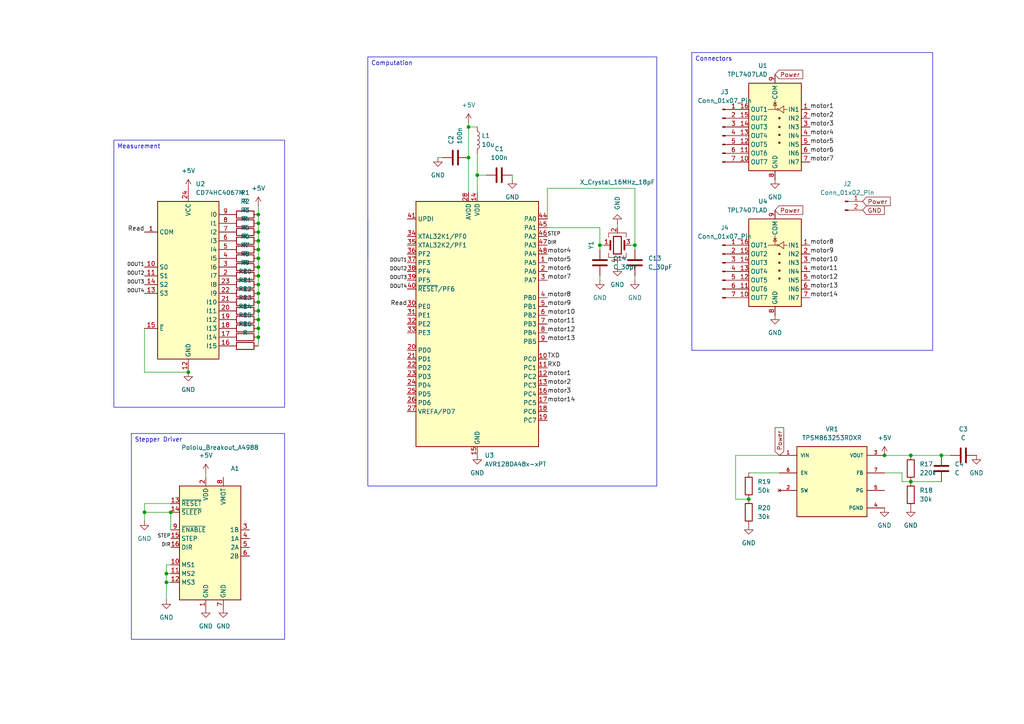
<source format=kicad_sch>
(kicad_sch (version 20250114) (generator "eeschema") (generator_version "9.0")
  (paper "A4")
  (lib_symbols
    (symbol "74xx:CD74HC4067M"
      (property "Reference" "U" (at -8.89 22.86 0))
      (property "Value" "CD74HC4067M" (at 1.27 22.86 0))
      (symbol "CD74HC4067M_0_1"
        (rectangle (start -8.89 21.59) (end 8.89 -24.13) (stroke (width 0.254)) (fill (type background)))
      )
      (symbol "CD74HC4067M_1_1"
        (pin passive line (at -12.7 12.7 0) (length 3.81) (name "COM") (number "1"))
        (pin input line (at -12.7 2.54 0) (length 3.81) (name "S0") (number "10"))
        (pin input line (at -12.7 0 0) (length 3.81) (name "S1") (number "11"))
        (pin input line (at -12.7 -2.54 0) (length 3.81) (name "S2") (number "14"))
        (pin input line (at -12.7 -5.08 0) (length 3.81) (name "S3") (number "13"))
        (pin input line (at -12.7 -15.24 0) (length 3.81) (name "~{E}") (number "15"))
        (pin power_in line (at 0 25.4 270) (length 3.81) (name "VCC") (number "24"))
        (pin power_in line (at 0 -27.94 90) (length 3.81) (name "GND") (number "12"))
        (pin passive line (at 12.7 17.78 180) (length 3.81) (name "I0") (number "9"))
        (pin passive line (at 12.7 15.24 180) (length 3.81) (name "I1") (number "8"))
        (pin passive line (at 12.7 12.7 180) (length 3.81) (name "I2") (number "7"))
        (pin passive line (at 12.7 10.16 180) (length 3.81) (name "I3") (number "6"))
        (pin passive line (at 12.7 7.62 180) (length 3.81) (name "I4") (number "5"))
        (pin passive line (at 12.7 5.08 180) (length 3.81) (name "I5") (number "4"))
        (pin passive line (at 12.7 2.54 180) (length 3.81) (name "I6") (number "3"))
        (pin passive line (at 12.7 0 180) (length 3.81) (name "I7") (number "2"))
        (pin passive line (at 12.7 -2.54 180) (length 3.81) (name "I8") (number "23"))
        (pin passive line (at 12.7 -5.08 180) (length 3.81) (name "I9") (number "22"))
        (pin passive line (at 12.7 -7.62 180) (length 3.81) (name "I10") (number "21"))
        (pin passive line (at 12.7 -10.16 180) (length 3.81) (name "I11") (number "20"))
        (pin passive line (at 12.7 -12.7 180) (length 3.81) (name "I12") (number "19"))
        (pin passive line (at 12.7 -15.24 180) (length 3.81) (name "I13") (number "18"))
        (pin passive line (at 12.7 -17.78 180) (length 3.81) (name "I14") (number "17"))
        (pin passive line (at 12.7 -20.32 180) (length 3.81) (name "I15") (number "16"))
      )
    )
    (symbol "Connector:Conn_01x02_Pin" (pin_names (offset 1.016) (hide yes))
      (property "Reference" "J" (at 0 2.54 0))
      (property "Value" "Conn_01x02_Pin" (at 0 -5.08 0))
      (symbol "Conn_01x02_Pin_1_1"
        (rectangle (start 0.8636 0.127) (end 0 -0.127) (stroke (width 0.1524)) (fill (type outline)))
        (rectangle (start 0.8636 -2.413) (end 0 -2.667) (stroke (width 0.1524)) (fill (type outline)))
        (polyline (pts (xy 1.27 0) (xy 0.8636 0)) (stroke (width 0.1524)))
        (polyline (pts (xy 1.27 -2.54) (xy 0.8636 -2.54)) (stroke (width 0.1524)))
        (pin passive line (at 5.08 0 180) (length 3.81) (name "Pin_1") (number "1"))
        (pin passive line (at 5.08 -2.54 180) (length 3.81) (name "Pin_2") (number "2"))
      )
    )
    (symbol "Connector:Conn_01x07_Pin" (pin_names (offset 1.016) (hide yes))
      (property "Reference" "J" (at 0 10.16 0))
      (property "Value" "Conn_01x07_Pin" (at 0 -10.16 0))
      (symbol "Conn_01x07_Pin_1_1"
        (rectangle (start 0.8636 7.747) (end 0 7.493) (stroke (width 0.1524)) (fill (type outline)))
        (rectangle (start 0.8636 5.207) (end 0 4.953) (stroke (width 0.1524)) (fill (type outline)))
        (rectangle (start 0.8636 2.667) (end 0 2.413) (stroke (width 0.1524)) (fill (type outline)))
        (rectangle (start 0.8636 0.127) (end 0 -0.127) (stroke (width 0.1524)) (fill (type outline)))
        (rectangle (start 0.8636 -2.413) (end 0 -2.667) (stroke (width 0.1524)) (fill (type outline)))
        (rectangle (start 0.8636 -4.953) (end 0 -5.207) (stroke (width 0.1524)) (fill (type outline)))
        (rectangle (start 0.8636 -7.493) (end 0 -7.747) (stroke (width 0.1524)) (fill (type outline)))
        (polyline (pts (xy 1.27 7.62) (xy 0.8636 7.62)) (stroke (width 0.1524)))
        (polyline (pts (xy 1.27 5.08) (xy 0.8636 5.08)) (stroke (width 0.1524)))
        (polyline (pts (xy 1.27 2.54) (xy 0.8636 2.54)) (stroke (width 0.1524)))
        (polyline (pts (xy 1.27 0) (xy 0.8636 0)) (stroke (width 0.1524)))
        (polyline (pts (xy 1.27 -2.54) (xy 0.8636 -2.54)) (stroke (width 0.1524)))
        (polyline (pts (xy 1.27 -5.08) (xy 0.8636 -5.08)) (stroke (width 0.1524)))
        (polyline (pts (xy 1.27 -7.62) (xy 0.8636 -7.62)) (stroke (width 0.1524)))
        (pin passive line (at 5.08 7.62 180) (length 3.81) (name "Pin_1") (number "1"))
        (pin passive line (at 5.08 5.08 180) (length 3.81) (name "Pin_2") (number "2"))
        (pin passive line (at 5.08 2.54 180) (length 3.81) (name "Pin_3") (number "3"))
        (pin passive line (at 5.08 0 180) (length 3.81) (name "Pin_4") (number "4"))
        (pin passive line (at 5.08 -2.54 180) (length 3.81) (name "Pin_5") (number "5"))
        (pin passive line (at 5.08 -5.08 180) (length 3.81) (name "Pin_6") (number "6"))
        (pin passive line (at 5.08 -7.62 180) (length 3.81) (name "Pin_7") (number "7"))
      )
    )
    (symbol "Device:C" (pin_numbers (hide yes)) (pin_names (offset 0.254))
      (property "Reference" "C" (at 0.635 2.54 0))
      (property "Value" "C" (at 0.635 -2.54 0))
      (symbol "C_0_1"
        (polyline (pts (xy -2.032 0.762) (xy 2.032 0.762)) (stroke (width 0.508)))
        (polyline (pts (xy -2.032 -0.762) (xy 2.032 -0.762)) (stroke (width 0.508)))
      )
      (symbol "C_1_1"
        (pin passive line (at 0 3.81 270) (length 2.794) (name "~") (number "1"))
        (pin passive line (at 0 -3.81 90) (length 2.794) (name "~") (number "2"))
      )
    )
    (symbol "Device:L" (pin_numbers (hide yes)) (pin_names (offset 1.016) (hide yes))
      (property "Reference" "L" (at -1.27 0 90))
      (property "Value" "L" (at 1.905 0 90))
      (symbol "L_0_1"
        (arc (start 0 2.54) (mid 0.6323 1.905) (end 0 1.27))
        (arc (start 0 1.27) (mid 0.6323 0.635) (end 0 0))
        (arc (start 0 0) (mid 0.6323 -0.635) (end 0 -1.27))
        (arc (start 0 -1.27) (mid 0.6323 -1.905) (end 0 -2.54))
      )
      (symbol "L_1_1"
        (pin passive line (at 0 3.81 270) (length 1.27) (name "1") (number "1"))
        (pin passive line (at 0 -3.81 90) (length 1.27) (name "2") (number "2"))
      )
    )
    (symbol "Device:R" (pin_numbers (hide yes)) (pin_names (offset 0))
      (property "Reference" "R" (at 2.032 0 90))
      (property "Value" "R" (at 0 0 90))
      (symbol "R_0_1"
        (rectangle (start -1.016 -2.54) (end 1.016 2.54) (stroke (width 0.254)))
      )
      (symbol "R_1_1"
        (pin passive line (at 0 3.81 270) (length 1.27) (name "~") (number "1"))
        (pin passive line (at 0 -3.81 90) (length 1.27) (name "~") (number "2"))
      )
    )
    (symbol "Driver_Motor:Pololu_Breakout_A4988"
      (property "Reference" "A" (at -2.54 19.05 0))
      (property "Value" "Pololu_Breakout_A4988" (at -2.54 16.51 0))
      (symbol "Pololu_Breakout_A4988_0_1"
        (rectangle (start 10.16 -17.78) (end -7.62 15.24) (stroke (width 0.254)) (fill (type background)))
      )
      (symbol "Pololu_Breakout_A4988_1_1"
        (pin input line (at -10.16 10.16 0) (length 2.54) (name "~{RESET}") (number "13"))
        (pin input line (at -10.16 7.62 0) (length 2.54) (name "~{SLEEP}") (number "14"))
        (pin input line (at -10.16 2.54 0) (length 2.54) (name "~{ENABLE}") (number "9"))
        (pin input line (at -10.16 0 0) (length 2.54) (name "STEP") (number "15"))
        (pin input line (at -10.16 -2.54 0) (length 2.54) (name "DIR") (number "16"))
        (pin input line (at -10.16 -7.62 0) (length 2.54) (name "MS1") (number "10"))
        (pin input line (at -10.16 -10.16 0) (length 2.54) (name "MS2") (number "11"))
        (pin input line (at -10.16 -12.7 0) (length 2.54) (name "MS3") (number "12"))
        (pin power_in line (at 0 17.78 270) (length 2.54) (name "VDD") (number "2"))
        (pin power_in line (at 0 -20.32 90) (length 2.54) (name "GND") (number "1"))
        (pin power_in line (at 5.08 17.78 270) (length 2.54) (name "VMOT") (number "8"))
        (pin power_in line (at 5.08 -20.32 90) (length 2.54) (name "GND") (number "7"))
        (pin output line (at 12.7 2.54 180) (length 2.54) (name "1B") (number "3"))
        (pin output line (at 12.7 0 180) (length 2.54) (name "1A") (number "4"))
        (pin output line (at 12.7 -2.54 180) (length 2.54) (name "2A") (number "5"))
        (pin output line (at 12.7 -5.08 180) (length 2.54) (name "2B") (number "6"))
      )
    )
    (symbol "MCU_Microchip_AVR_Dx:AVR128DA48x-xPT"
      (property "Reference" "U" (at -17.78 36.83 0))
      (property "Value" "AVR128DA48x-xPT" (at 5.08 -36.83 0))
      (symbol "AVR128DA48x-xPT_0_1"
        (rectangle (start -17.78 35.56) (end 17.78 -35.56) (stroke (width 0.254)) (fill (type background)))
      )
      (symbol "AVR128DA48x-xPT_1_1"
        (pin input line (at -20.32 30.48 0) (length 2.54) (name "UPDI") (number "41"))
        (pin bidirectional line (at -20.32 25.4 0) (length 2.54) (name "XTAL32K1/PF0") (number "34"))
        (pin bidirectional line (at -20.32 22.86 0) (length 2.54) (name "XTAL32K2/PF1") (number "35"))
        (pin bidirectional line (at -20.32 20.32 0) (length 2.54) (name "PF2") (number "36"))
        (pin bidirectional line (at -20.32 17.78 0) (length 2.54) (name "PF3") (number "37"))
        (pin bidirectional line (at -20.32 15.24 0) (length 2.54) (name "PF4") (number "38"))
        (pin bidirectional line (at -20.32 12.7 0) (length 2.54) (name "PF5") (number "39"))
        (pin bidirectional line (at -20.32 10.16 0) (length 2.54) (name "~{RESET}/PF6") (number "40"))
        (pin bidirectional line (at -20.32 5.08 0) (length 2.54) (name "PE0") (number "30"))
        (pin bidirectional line (at -20.32 2.54 0) (length 2.54) (name "PE1") (number "31"))
        (pin bidirectional line (at -20.32 0 0) (length 2.54) (name "PE2") (number "32"))
        (pin bidirectional line (at -20.32 -2.54 0) (length 2.54) (name "PE3") (number "33"))
        (pin bidirectional line (at -20.32 -7.62 0) (length 2.54) (name "PD0") (number "20"))
        (pin bidirectional line (at -20.32 -10.16 0) (length 2.54) (name "PD1") (number "21"))
        (pin bidirectional line (at -20.32 -12.7 0) (length 2.54) (name "PD2") (number "22"))
        (pin bidirectional line (at -20.32 -15.24 0) (length 2.54) (name "PD3") (number "23"))
        (pin bidirectional line (at -20.32 -17.78 0) (length 2.54) (name "PD4") (number "24"))
        (pin bidirectional line (at -20.32 -20.32 0) (length 2.54) (name "PD5") (number "25"))
        (pin bidirectional line (at -20.32 -22.86 0) (length 2.54) (name "PD6") (number "26"))
        (pin bidirectional line (at -20.32 -25.4 0) (length 2.54) (name "VREFA/PD7") (number "27"))
        (pin power_in line (at -2.54 38.1 270) (length 2.54) (name "AVDD") (number "28"))
        (pin power_in line (at 0 38.1 270) (length 2.54) (name "VDD") (number "14"))
        (pin passive line (at 0 38.1 270) (length 2.54) (hide yes) (name "VDD") (number "42"))
        (pin power_in line (at 0 -38.1 90) (length 2.54) (name "GND") (number "15"))
        (pin passive line (at 0 -38.1 90) (length 2.54) (hide yes) (name "GND") (number "29"))
        (pin passive line (at 0 -38.1 90) (length 2.54) (hide yes) (name "GND") (number "43"))
        (pin bidirectional line (at 20.32 30.48 180) (length 2.54) (name "PA0") (number "44"))
        (pin bidirectional line (at 20.32 27.94 180) (length 2.54) (name "PA1") (number "45"))
        (pin bidirectional line (at 20.32 25.4 180) (length 2.54) (name "PA2") (number "46"))
        (pin bidirectional line (at 20.32 22.86 180) (length 2.54) (name "PA3") (number "47"))
        (pin bidirectional line (at 20.32 20.32 180) (length 2.54) (name "PA4") (number "48"))
        (pin bidirectional line (at 20.32 17.78 180) (length 2.54) (name "PA5") (number "1"))
        (pin bidirectional line (at 20.32 15.24 180) (length 2.54) (name "PA6") (number "2"))
        (pin bidirectional line (at 20.32 12.7 180) (length 2.54) (name "PA7") (number "3"))
        (pin bidirectional line (at 20.32 7.62 180) (length 2.54) (name "PB0") (number "4"))
        (pin bidirectional line (at 20.32 5.08 180) (length 2.54) (name "PB1") (number "5"))
        (pin bidirectional line (at 20.32 2.54 180) (length 2.54) (name "PB2") (number "6"))
        (pin bidirectional line (at 20.32 0 180) (length 2.54) (name "PB3") (number "7"))
        (pin bidirectional line (at 20.32 -2.54 180) (length 2.54) (name "PB4") (number "8"))
        (pin bidirectional line (at 20.32 -5.08 180) (length 2.54) (name "PB5") (number "9"))
        (pin bidirectional line (at 20.32 -10.16 180) (length 2.54) (name "PC0") (number "10"))
        (pin bidirectional line (at 20.32 -12.7 180) (length 2.54) (name "PC1") (number "11"))
        (pin bidirectional line (at 20.32 -15.24 180) (length 2.54) (name "PC2") (number "12"))
        (pin bidirectional line (at 20.32 -17.78 180) (length 2.54) (name "PC3") (number "13"))
        (pin bidirectional line (at 20.32 -20.32 180) (length 2.54) (name "PC4") (number "16"))
        (pin bidirectional line (at 20.32 -22.86 180) (length 2.54) (name "PC5") (number "17"))
        (pin bidirectional line (at 20.32 -25.4 180) (length 2.54) (name "PC6") (number "18"))
        (pin bidirectional line (at 20.32 -27.94 180) (length 2.54) (name "PC7") (number "19"))
      )
    )
    (symbol "OEM:C_30pF" (pin_numbers (hide yes)) (pin_names (offset 0.254))
      (property "Reference" "C" (at 0.635 2.54 0))
      (property "Value" "C_30pF" (at 0.635 -2.54 0))
      (symbol "C_30pF_0_1"
        (polyline (pts (xy -2.032 0.762) (xy 2.032 0.762)) (stroke (width 0.508)))
        (polyline (pts (xy -2.032 -0.762) (xy 2.032 -0.762)) (stroke (width 0.508)))
      )
      (symbol "C_30pF_1_1"
        (pin passive line (at 0 3.81 270) (length 2.794) (name "~") (number "1"))
        (pin passive line (at 0 -3.81 90) (length 2.794) (name "~") (number "2"))
      )
    )
    (symbol "OEM:X_Crystal_16MHz_18pF" (pin_names (offset 1.016) (hide yes))
      (property "Reference" "Y" (at 3.175 5.08 0))
      (property "Value" "X_Crystal_16MHz_18pF" (at 3.175 3.175 0))
      (symbol "X_Crystal_16MHz_18pF_0_1"
        (polyline (pts (xy -2.54 2.286) (xy -2.54 3.556) (xy 2.54 3.556) (xy 2.54 2.286)))
        (polyline (pts (xy -2.54 0) (xy -2.032 0)))
        (polyline (pts (xy -2.54 -2.286) (xy -2.54 -3.556) (xy 2.54 -3.556) (xy 2.54 -2.286)))
        (polyline (pts (xy -2.032 -1.27) (xy -2.032 1.27)) (stroke (width 0.508)))
        (rectangle (start -1.143 2.54) (end 1.143 -2.54) (stroke (width 0.3048)))
        (polyline (pts (xy 0 3.556) (xy 0 3.81)))
        (polyline (pts (xy 0 -3.81) (xy 0 -3.556)))
        (polyline (pts (xy 2.032 0) (xy 2.54 0)))
        (polyline (pts (xy 2.032 -1.27) (xy 2.032 1.27)) (stroke (width 0.508)))
      )
      (symbol "X_Crystal_16MHz_18pF_1_1"
        (pin passive line (at -3.81 0 0) (length 1.27) (name "1") (number "1"))
        (pin passive line (at 0 5.08 270) (length 1.27) (name "2") (number "2"))
        (pin passive line (at 0 -5.08 90) (length 1.27) (name "4") (number "4"))
        (pin passive line (at 3.81 0 180) (length 1.27) (name "3") (number "3"))
      )
    )
    (symbol "TPSM863253RDXR:TPSM863253RDXR" (pin_names (offset 1.016))
      (property "Reference" "VR" (at -10.16 10.922 0))
      (property "Value" "TPSM863253RDXR" (at -10.16 -12.7 0))
      (symbol "TPSM863253RDXR_0_0"
        (rectangle (start -10.16 -10.16) (end 10.16 10.16) (stroke (width 0.254)) (fill (type background)))
        (pin input line (at -15.24 7.62 0) (length 5.08) (name "VIN") (number "1"))
        (pin input line (at -15.24 2.54 0) (length 5.08) (name "EN") (number "6"))
        (pin no_connect line (at -15.24 -2.54 0) (length 5.08) (name "SW") (number "2"))
        (pin output line (at 15.24 7.62 180) (length 5.08) (name "VOUT") (number "3"))
        (pin input line (at 15.24 2.54 180) (length 5.08) (name "FB") (number "7"))
        (pin output line (at 15.24 -2.54 180) (length 5.08) (name "PG") (number "5"))
        (pin power_in line (at 15.24 -7.62 180) (length 5.08) (name "PGND") (number "4"))
      )
    )
    (symbol "Transistor_Array:TPL7407LAD"
      (property "Reference" "U" (at -8.128 13.716 0))
      (property "Value" "TPL7407LAD" (at 6.858 13.716 0))
      (symbol "TPL7407LAD_0_1"
        (rectangle (start -7.62 12.7) (end 7.62 -12.7) (stroke (width 0.254)) (fill (type background)))
        (polyline (pts (xy -3.556 5.08) (xy -2.54 5.08)))
        (polyline (pts (xy -2.54 6.096) (xy -2.54 4.064) (xy -1.016 5.08) (xy -2.54 6.096)))
        (circle (center -1.27 2.54) (radius 0.254) (fill (type outline)))
        (circle (center -1.27 0) (radius 0.254) (fill (type outline)))
        (circle (center -1.27 -2.286) (radius 0.254) (fill (type outline)))
        (circle (center -1.27 -4.572) (radius 0.254) (fill (type outline)))
        (circle (center -0.762 5.08) (radius 0.254))
        (polyline (pts (xy -0.508 5.08) (xy 2.032 5.08)))
        (polyline (pts (xy 0 7.874) (xy 0 5.08)))
        (polyline (pts (xy 0.508 6.985) (xy -0.508 6.985)))
        (polyline (pts (xy 0.508 6.223) (xy -0.508 6.223) (xy 0 6.985) (xy 0.508 6.223)))
      )
      (symbol "TPL7407LAD_1_1"
        (pin input line (at -10.16 5.08 0) (length 2.54) (name "IN1") (number "1"))
        (pin input line (at -10.16 2.54 0) (length 2.54) (name "IN2") (number "2"))
        (pin input line (at -10.16 0 0) (length 2.54) (name "IN3") (number "3"))
        (pin input line (at -10.16 -2.54 0) (length 2.54) (name "IN4") (number "4"))
        (pin input line (at -10.16 -5.08 0) (length 2.54) (name "IN5") (number "5"))
        (pin input line (at -10.16 -7.62 0) (length 2.54) (name "IN6") (number "6"))
        (pin input line (at -10.16 -10.16 0) (length 2.54) (name "IN7") (number "7"))
        (pin power_in line (at 0 15.24 270) (length 2.54) (name "COM") (number "9"))
        (pin power_in line (at 0 -15.24 90) (length 2.54) (name "GND") (number "8"))
        (pin open_collector line (at 10.16 5.08 180) (length 2.54) (name "OUT1") (number "16"))
        (pin open_collector line (at 10.16 2.54 180) (length 2.54) (name "OUT2") (number "15"))
        (pin open_collector line (at 10.16 0 180) (length 2.54) (name "OUT3") (number "14"))
        (pin open_collector line (at 10.16 -2.54 180) (length 2.54) (name "OUT4") (number "13"))
        (pin open_collector line (at 10.16 -5.08 180) (length 2.54) (name "OUT5") (number "12"))
        (pin open_collector line (at 10.16 -7.62 180) (length 2.54) (name "OUT6") (number "11"))
        (pin open_collector line (at 10.16 -10.16 180) (length 2.54) (name "OUT7") (number "10"))
      )
    )
    (symbol "power:+5V" (power) (pin_numbers (hide yes)) (pin_names (offset 0) (hide yes))
      (property "Value" "+5V" (at 0 3.556 0))
      (symbol "+5V_0_1"
        (polyline (pts (xy -0.762 1.27) (xy 0 2.54)))
        (polyline (pts (xy 0 2.54) (xy 0.762 1.27)))
        (polyline (pts (xy 0 0) (xy 0 2.54)))
      )
      (symbol "+5V_1_1"
        (pin power_in line (at 0 0 90) (length 0) (name "~") (number "1"))
      )
    )
    (symbol "power:GND" (power) (pin_numbers (hide yes)) (pin_names (offset 0) (hide yes))
      (property "Value" "GND" (at 0 -3.81 0))
      (symbol "GND_0_1"
        (polyline (pts (xy 0 0) (xy 0 -1.27) (xy 1.27 -1.27) (xy 0 -2.54) (xy -1.27 -1.27) (xy 0 -1.27)))
      )
      (symbol "GND_1_1"
        (pin power_in line (at 0 0 270) (length 0) (name "~") (number "1"))
      )
    )
  )
  (text_box "Stepper Driver" (at 38.1 125.73 0) (size 44.45 59.69) (margins 0.9525 0.9525 0.9525 0.9525) (effects (font (size 1.27 1.27)) (justify left top)))
  (text_box "Connectors" (at 200.66 15.24 0) (size 69.85 86.36) (margins 0.9525 0.9525 0.9525 0.9525) (effects (font (size 1.27 1.27)) (justify left top)))
  (text_box "Measurement" (at 33.02 40.64 0) (size 49.53 77.47) (margins 0.9525 0.9525 0.9525 0.9525) (effects (font (size 1.27 1.27)) (justify left top)))
  (text_box "Computation" (at 106.68 16.51 0) (size 83.82 124.46) (margins 0.9525 0.9525 0.9525 0.9525) (effects (font (size 1.27 1.27)) (justify left top)))
  (junction (at 74.93 77.47))
  (junction (at 264.16 132.08))
  (junction (at 74.93 95.25))
  (junction (at 74.93 87.63))
  (junction (at 48.26 168.91))
  (junction (at 135.89 36.83))
  (junction (at 54.61 107.95))
  (junction (at 273.05 132.08))
  (junction (at 184.15 71.12))
  (junction (at 49.53 148.59))
  (junction (at 135.89 45.72))
  (junction (at 256.54 132.08))
  (junction (at 41.91 148.59))
  (junction (at 74.93 64.77))
  (junction (at 74.93 80.01))
  (junction (at 264.16 139.7))
  (junction (at 173.99 71.12))
  (junction (at 74.93 82.55))
  (junction (at 74.93 69.85))
  (junction (at 74.93 85.09))
  (junction (at 74.93 97.79))
  (junction (at 74.93 62.23))
  (junction (at 48.26 166.37))
  (junction (at 138.43 50.8))
  (junction (at 217.17 144.78))
  (junction (at 74.93 90.17))
  (junction (at 74.93 67.31))
  (junction (at 74.93 72.39))
  (junction (at 74.93 74.93))
  (junction (at 74.93 92.71))
  (wire (pts (xy 41.91 148.59) (xy 41.91 151.13)))
  (wire (pts (xy 135.89 36.83) (xy 138.43 36.83)))
  (wire (pts (xy 74.93 97.79) (xy 74.93 100.33)))
  (wire (pts (xy 74.93 59.69) (xy 74.93 62.23)))
  (wire (pts (xy 226.06 132.08) (xy 213.36 132.08)))
  (wire (pts (xy 158.75 66.04) (xy 173.99 66.04)))
  (wire (pts (xy 41.91 107.95) (xy 54.61 107.95)))
  (wire (pts (xy 264.16 132.08) (xy 273.05 132.08)))
  (wire (pts (xy 74.93 90.17) (xy 74.93 92.71)))
  (wire (pts (xy 49.53 148.59) (xy 49.53 153.67)))
  (wire (pts (xy 148.59 50.8) (xy 148.59 52.07)))
  (wire (pts (xy 106.68 63.5) (xy 106.68 74.93)))
  (wire (pts (xy 261.62 139.7) (xy 264.16 139.7)))
  (wire (pts (xy 49.53 166.37) (xy 48.26 166.37)))
  (wire (pts (xy 74.93 72.39) (xy 74.93 74.93)))
  (wire (pts (xy 49.53 163.83) (xy 48.26 163.83)))
  (wire (pts (xy 74.93 74.93) (xy 74.93 77.47)))
  (wire (pts (xy 74.93 67.31) (xy 74.93 69.85)))
  (wire (pts (xy 273.05 132.08) (xy 275.59 132.08)))
  (wire (pts (xy 49.53 148.59) (xy 41.91 148.59)))
  (wire (pts (xy 74.93 92.71) (xy 74.93 95.25)))
  (wire (pts (xy 158.75 54.61) (xy 158.75 63.5)))
  (wire (pts (xy 74.93 69.85) (xy 74.93 72.39)))
  (wire (pts (xy 158.75 54.61) (xy 184.15 54.61)))
  (wire (pts (xy 135.89 45.72) (xy 135.89 55.88)))
  (wire (pts (xy 184.15 71.12) (xy 182.88 71.12)))
  (wire (pts (xy 48.26 166.37) (xy 48.26 168.91)))
  (wire (pts (xy 135.89 35.56) (xy 135.89 36.83)))
  (wire (pts (xy 74.93 82.55) (xy 74.93 85.09)))
  (wire (pts (xy 48.26 168.91) (xy 48.26 173.99)))
  (wire (pts (xy 213.36 132.08) (xy 213.36 144.78)))
  (wire (pts (xy 138.43 50.8) (xy 140.97 50.8)))
  (wire (pts (xy 184.15 80.01) (xy 184.15 81.28)))
  (wire (pts (xy 173.99 71.12) (xy 173.99 72.39)))
  (wire (pts (xy 184.15 72.39) (xy 184.15 71.12)))
  (wire (pts (xy 74.93 80.01) (xy 74.93 82.55)))
  (wire (pts (xy 49.53 168.91) (xy 48.26 168.91)))
  (wire (pts (xy 138.43 50.8) (xy 138.43 55.88)))
  (wire (pts (xy 41.91 146.05) (xy 41.91 148.59)))
  (wire (pts (xy 173.99 71.12) (xy 175.26 71.12)))
  (wire (pts (xy 261.62 137.16) (xy 261.62 139.7)))
  (wire (pts (xy 74.93 87.63) (xy 74.93 90.17)))
  (wire (pts (xy 59.69 137.16) (xy 59.69 138.43)))
  (wire (pts (xy 173.99 71.12) (xy 173.99 66.04)))
  (wire (pts (xy 264.16 139.7) (xy 273.05 139.7)))
  (wire (pts (xy 74.93 62.23) (xy 74.93 64.77)))
  (wire (pts (xy 179.07 64.77) (xy 179.07 66.04)))
  (wire (pts (xy 48.26 163.83) (xy 48.26 166.37)))
  (wire (pts (xy 173.99 80.01) (xy 173.99 81.28)))
  (wire (pts (xy 256.54 137.16) (xy 261.62 137.16)))
  (wire (pts (xy 74.93 95.25) (xy 74.93 97.79)))
  (wire (pts (xy 41.91 95.25) (xy 41.91 107.95)))
  (wire (pts (xy 256.54 132.08) (xy 264.16 132.08)))
  (wire (pts (xy 213.36 144.78) (xy 217.17 144.78)))
  (wire (pts (xy 217.17 137.16) (xy 226.06 137.16)))
  (wire (pts (xy 49.53 146.05) (xy 41.91 146.05)))
  (wire (pts (xy 128.27 45.72) (xy 127 45.72)))
  (wire (pts (xy 74.93 85.09) (xy 74.93 87.63)))
  (wire (pts (xy 184.15 54.61) (xy 184.15 71.12)))
  (wire (pts (xy 74.93 64.77) (xy 74.93 67.31)))
  (wire (pts (xy 138.43 44.45) (xy 138.43 50.8)))
  (wire (pts (xy 74.93 77.47) (xy 74.93 80.01)))
  (wire (pts (xy 179.07 76.2) (xy 179.07 77.47)))
  (wire (pts (xy 135.89 36.83) (xy 135.89 45.72)))
  (label "motor14" (at 234.95 86.36 0))
  (label "Read" (at 118.11 88.9 180))
  (label "motor2" (at 234.95 34.29 0))
  (label "Read" (at 41.91 67.31 180))
  (label "motor2" (at 158.75 111.76 0))
  (label "motor4" (at 158.75 73.66 0))
  (label "motor13" (at 234.95 83.82 0))
  (label "RXD" (at 158.75 106.68 0))
  (label "DOUT2" (at 118.11 78.74 180) (effects (font (size 1.016 1.016))))
  (label "motor3" (at 158.75 114.3 0))
  (label "motor10" (at 234.95 76.2 0))
  (label "motor11" (at 234.95 78.74 0))
  (label "motor9" (at 158.75 88.9 0))
  (label "motor3" (at 234.95 36.83 0))
  (label "DOUT1" (at 41.91 77.47 180) (effects (font (size 1.016 1.016))))
  (label "DIR" (at 158.75 71.12 0) (effects (font (size 1.016 1.016))))
  (label "DOUT3" (at 118.11 81.28 180) (effects (font (size 1.016 1.016))))
  (label "motor6" (at 158.75 78.74 0))
  (label "motor7" (at 234.95 46.99 0))
  (label "motor1" (at 158.75 109.22 0))
  (label "motor13" (at 158.75 99.06 0))
  (label "motor11" (at 158.75 93.98 0))
  (label "DIR" (at 49.53 158.75 180) (effects (font (size 1.016 1.016))))
  (label "STEP" (at 158.75 68.58 0) (effects (font (size 1.016 1.016))))
  (label "motor12" (at 234.95 81.28 0))
  (label "motor1" (at 234.95 31.75 0))
  (label "motor12" (at 158.75 96.52 0))
  (label "DOUT4" (at 41.91 85.09 180) (effects (font (size 1.016 1.016))))
  (label "motor6" (at 234.95 44.45 0))
  (label "motor5" (at 234.95 41.91 0))
  (label "motor8" (at 234.95 71.12 0))
  (label "DOUT2" (at 41.91 80.01 180) (effects (font (size 1.016 1.016))))
  (label "STEP" (at 49.53 156.21 180) (effects (font (size 1.016 1.016))))
  (label "DOUT4" (at 118.11 83.82 180) (effects (font (size 1.016 1.016))))
  (label "DOUT3" (at 41.91 82.55 180) (effects (font (size 1.016 1.016))))
  (label "motor8" (at 158.75 86.36 0))
  (label "motor10" (at 158.75 91.44 0))
  (label "DOUT1" (at 118.11 76.2 180) (effects (font (size 1.016 1.016))))
  (label "motor14" (at 158.75 116.84 0))
  (label "motor9" (at 234.95 73.66 0))
  (label "motor7" (at 158.75 81.28 0))
  (label "TXD" (at 158.75 104.14 0))
  (label "motor5" (at 158.75 76.2 0))
  (label "motor4" (at 234.95 39.37 0))
  (global_label "Power" (shape input) (at 224.79 60.96 0) (property "Intersheetrefs" "${INTERSHEET_REFS}" (effects (hide yes))))
  (global_label "Power" (shape input) (at 224.79 21.59 0) (property "Intersheetrefs" "${INTERSHEET_REFS}" (effects (hide yes))))
  (global_label "GND" (shape input) (at 250.19 60.96 0) (property "Intersheetrefs" "${INTERSHEET_REFS}" (effects (hide yes))))
  (global_label "Power" (shape input) (at 250.19 58.42 0) (property "Intersheetrefs" "${INTERSHEET_REFS}" (effects (hide yes))))
  (global_label "Power" (shape input) (at 226.06 132.08 90) (property "Intersheetrefs" "${INTERSHEET_REFS}" (effects (hide yes))))
  (symbol (lib_id "MCU_Microchip_AVR_Dx:AVR128DA48x-xPT") (at 138.43 93.98 0) (unit 1)
    (property "Reference" "U3" (at 140.5733 132.08 0) (effects (justify left)))
    (property "Value" "AVR128DA48x-xPT" (at 140.5733 134.62 0) (effects (justify left)))
    (property "Footprint" "Package_QFP:TQFP-48_7x7mm_P0.5mm" (effects (hide yes)))
    (property "Datasheet" "https://ww1.microchip.com/downloads/en/DeviceDoc/AVR128DA28-32-48-64-DataSheet-DS40002183B.pdf" (effects (hide yes)))
    (property "Description" "24MHz, 128kB Flash, 16kB SRAM, EEPROM with Touch Sensing, TQFP-48" (effects (hide yes)))
  )
  (symbol (lib_id "power:GND") (at 264.16 147.32 0) (unit 1)
    (property "Reference" "#PWR018" (effects (hide yes)))
    (property "Value" "GND" (at 264.16 152.4 0))
    (property "Description" "Power symbol creates a global label with name \"GND\" , ground" (effects (hide yes)))
  )
  (symbol (lib_id "Device:C") (at 132.08 45.72 90) (unit 1)
    (property "Reference" "C2" (at 130.8099 41.91 0) (effects (justify left)))
    (property "Value" "100n" (at 133.3499 41.91 0) (effects (justify left)))
    (property "Description" "Unpolarized capacitor" (effects (hide yes)))
  )
  (symbol (lib_id "Device:R") (at 217.17 148.59 0) (unit 1)
    (property "Reference" "R20" (at 219.71 147.3199 0) (effects (justify left)))
    (property "Value" "30k" (at 219.71 149.8599 0) (effects (justify left)))
    (property "Description" "Resistor" (effects (hide yes)))
  )
  (symbol (lib_id "power:GND") (at 48.26 173.99 0) (unit 1)
    (property "Reference" "#PWR03" (effects (hide yes)))
    (property "Value" "GND" (at 48.26 179.07 0))
    (property "Description" "Power symbol creates a global label with name \"GND\" , ground" (effects (hide yes)))
  )
  (symbol (lib_id "Device:R") (at 71.12 90.17 90) (unit 1)
    (property "Reference" "R12" (at 71.12 83.82 90))
    (property "Value" "R" (at 71.12 86.36 90))
    (property "Description" "Resistor" (effects (hide yes)))
  )
  (symbol (lib_id "power:GND") (at 54.61 107.95 0) (unit 1)
    (property "Reference" "#PWR06" (effects (hide yes)))
    (property "Value" "GND" (at 54.61 113.03 0))
    (property "Description" "Power symbol creates a global label with name \"GND\" , ground" (effects (hide yes)))
  )
  (symbol (lib_id "OEM:C_30pF") (at 173.99 76.2 0) (unit 1)
    (property "Reference" "C14" (at 177.8 74.9299 0) (effects (justify left)))
    (property "Value" "C_30pF" (at 177.8 77.4699 0) (effects (justify left)))
    (property "Footprint" "OEM:C_0603" (effects (hide yes)))
    (property "Datasheet" "https://www.seielect.com/Catalog/SEI-CML.PDF" (effects (hide yes)))
    (property "Description" "Unpolarized capacitor 30pf 5% 50V C0G NP0 0603" (effects (hide yes)))
    (property "MPN" "CML0603C0G300JT50V" (effects (hide yes)))
    (property "MFN" "Stackpole Electronics" (effects (hide yes)))
    (property "DKPN" "738-CML0603C0G300JT50VDKR-ND" (effects (hide yes)))
    (property "NewDesigns" "YES" (effects (hide yes)))
    (property "Stocked" "Digi-Reel" (effects (hide yes)))
    (property "Package" "0603" (effects (hide yes)))
    (property "Style" "SMD" (effects (hide yes)))
  )
  (symbol (lib_id "Device:R") (at 71.12 87.63 90) (unit 1)
    (property "Reference" "R11" (at 71.12 81.28 90))
    (property "Value" "R" (at 71.12 83.82 90))
    (property "Description" "Resistor" (effects (hide yes)))
  )
  (symbol (lib_id "Device:R") (at 71.12 64.77 90) (unit 1)
    (property "Reference" "R2" (at 71.12 58.42 90))
    (property "Value" "R" (at 71.12 60.96 90))
    (property "Description" "Resistor" (effects (hide yes)))
  )
  (symbol (lib_id "power:GND") (at 41.91 151.13 0) (unit 1)
    (property "Reference" "#PWR04" (effects (hide yes)))
    (property "Value" "GND" (at 41.91 156.21 0))
    (property "Description" "Power symbol creates a global label with name \"GND\" , ground" (effects (hide yes)))
  )
  (symbol (lib_id "Device:R") (at 71.12 77.47 90) (unit 1)
    (property "Reference" "R7" (at 71.12 71.12 90))
    (property "Value" "R" (at 71.12 73.66 90))
    (property "Description" "Resistor" (effects (hide yes)))
  )
  (symbol (lib_id "Device:R") (at 71.12 97.79 90) (unit 1)
    (property "Reference" "R15" (at 71.12 91.44 90))
    (property "Value" "R" (at 71.12 93.98 90))
    (property "Description" "Resistor" (effects (hide yes)))
  )
  (symbol (lib_id "Transistor_Array:TPL7407LAD") (at 224.79 76.2 0) (mirror y) (unit 1)
    (property "Reference" "U4" (at 222.6467 58.42 0) (effects (justify left)))
    (property "Value" "TPL7407LAD" (at 222.6467 60.96 0) (effects (justify left)))
    (property "Footprint" "Package_SO:SOIC-16_3.9x9.9mm_P1.27mm" (effects (hide yes)))
    (property "Datasheet" "https://www.ti.com/lit/gpn/tpl7407la" (effects (hide yes)))
    (property "Description" "7-Channel Low Side Driver, CMOS Improvement of Darlington Array, 30V, SOIC-16" (effects (hide yes)))
  )
  (symbol (lib_id "Device:R") (at 71.12 92.71 90) (unit 1)
    (property "Reference" "R13" (at 71.12 86.36 90))
    (property "Value" "R" (at 71.12 88.9 90))
    (property "Description" "Resistor" (effects (hide yes)))
  )
  (symbol (lib_id "OEM:X_Crystal_16MHz_18pF") (at 179.07 71.12 0) (unit 1)
    (property "Reference" "Y1" (at 171.45 71.12 90))
    (property "Value" "X_Crystal_16MHz_18pF" (at 179.07 52.832 0))
    (property "Footprint" "OEM:Crystal_TXC7M" (effects (hide yes)))
    (property "Datasheet" "http://txccrystal.com/images/pdf/7m.pdf" (effects (hide yes)))
    (property "Description" "16MHz 18pF crystal" (effects (hide yes)))
    (property "MPN" "7M-16.000MAAJ-T" (effects (hide yes)))
    (property "MFN" "TXC" (effects (hide yes)))
    (property "DKPN" "887-1125-1-ND" (effects (hide yes)))
    (property "NewDesigns" "YES" (effects (hide yes)))
    (property "Stocked" "Tape" (effects (hide yes)))
    (property "Package" "Custom" (effects (hide yes)))
    (property "Style" "SMD" (effects (hide yes)))
  )
  (symbol (lib_id "power:GND") (at 179.07 77.47 0) (unit 1)
    (property "Reference" "#PWR021" (effects (hide yes)))
    (property "Value" "GND" (at 179.07 82.55 0))
    (property "Description" "Power symbol creates a global label with name \"GND\" , ground" (effects (hide yes)))
  )
  (symbol (lib_id "power:GND") (at 184.15 81.28 0) (unit 1)
    (property "Reference" "#PWR041" (effects (hide yes)))
    (property "Value" "GND" (at 184.15 86.36 0))
    (property "Description" "Power symbol creates a global label with name \"GND\" , ground" (effects (hide yes)))
  )
  (symbol (lib_id "Transistor_Array:TPL7407LAD") (at 224.79 36.83 0) (mirror y) (unit 1)
    (property "Reference" "U1" (at 222.6467 19.05 0) (effects (justify left)))
    (property "Value" "TPL7407LAD" (at 222.6467 21.59 0) (effects (justify left)))
    (property "Footprint" "Package_SO:SOIC-16_3.9x9.9mm_P1.27mm" (effects (hide yes)))
    (property "Datasheet" "https://www.ti.com/lit/gpn/tpl7407la" (effects (hide yes)))
    (property "Description" "7-Channel Low Side Driver, CMOS Improvement of Darlington Array, 30V, SOIC-16" (effects (hide yes)))
  )
  (symbol (lib_id "Device:R") (at 71.12 100.33 90) (unit 1)
    (property "Reference" "R16" (at 71.12 93.98 90))
    (property "Value" "R" (at 71.12 96.52 90))
    (property "Description" "Resistor" (effects (hide yes)))
  )
  (symbol (lib_id "power:GND") (at 256.54 147.32 0) (unit 1)
    (property "Reference" "#PWR012" (effects (hide yes)))
    (property "Value" "GND" (at 256.54 152.4 0))
    (property "Description" "Power symbol creates a global label with name \"GND\" , ground" (effects (hide yes)))
  )
  (symbol (lib_id "Device:R") (at 264.16 135.89 0) (unit 1)
    (property "Reference" "R17" (at 266.7 134.6199 0) (effects (justify left)))
    (property "Value" "220k" (at 266.7 137.1599 0) (effects (justify left)))
    (property "Description" "Resistor" (effects (hide yes)))
  )
  (symbol (lib_id "Device:R") (at 71.12 67.31 90) (unit 1)
    (property "Reference" "R3" (at 71.12 60.96 90))
    (property "Value" "R" (at 71.12 63.5 90))
    (property "Description" "Resistor" (effects (hide yes)))
  )
  (symbol (lib_id "power:GND") (at 64.77 176.53 0) (unit 1)
    (property "Reference" "#PWR01" (effects (hide yes)))
    (property "Value" "GND" (at 64.77 181.61 0))
    (property "Description" "Power symbol creates a global label with name \"GND\" , ground" (effects (hide yes)))
  )
  (symbol (lib_id "Device:R") (at 71.12 85.09 90) (unit 1)
    (property "Reference" "R10" (at 71.12 78.74 90))
    (property "Value" "R" (at 71.12 81.28 90))
    (property "Description" "Resistor" (effects (hide yes)))
  )
  (symbol (lib_id "Device:L") (at 138.43 40.64 0) (unit 1)
    (property "Reference" "L1" (at 139.7 39.3699 0) (effects (justify left)))
    (property "Value" "10u" (at 139.7 41.9099 0) (effects (justify left)))
    (property "Description" "Inductor" (effects (hide yes)))
  )
  (symbol (lib_id "Device:R") (at 71.12 62.23 90) (unit 1)
    (property "Reference" "R1" (at 71.12 55.88 90))
    (property "Value" "R" (at 71.12 58.42 90))
    (property "Description" "Resistor" (effects (hide yes)))
  )
  (symbol (lib_id "Connector:Conn_01x02_Pin") (at 245.11 58.42 0) (unit 1)
    (property "Reference" "J2" (at 245.745 53.34 0))
    (property "Value" "Conn_01x02_Pin" (at 245.745 55.88 0))
    (property "Description" "Generic connector, single row, 01x02, script generated" (effects (hide yes)))
  )
  (symbol (lib_id "power:GND") (at 138.43 132.08 0) (unit 1)
    (property "Reference" "#PWR05" (effects (hide yes)))
    (property "Value" "GND" (at 138.43 137.16 0))
    (property "Description" "Power symbol creates a global label with name \"GND\" , ground" (effects (hide yes)))
  )
  (symbol (lib_id "power:GND") (at 127 45.72 0) (unit 1)
    (property "Reference" "#PWR013" (effects (hide yes)))
    (property "Value" "GND" (at 127 50.8 0))
    (property "Description" "Power symbol creates a global label with name \"GND\" , ground" (effects (hide yes)))
  )
  (symbol (lib_id "Device:C") (at 144.78 50.8 90) (unit 1)
    (property "Reference" "C1" (at 144.78 43.18 90))
    (property "Value" "100n" (at 144.78 45.72 90))
    (property "Description" "Unpolarized capacitor" (effects (hide yes)))
  )
  (symbol (lib_id "74xx:CD74HC4067M") (at 54.61 80.01 0) (unit 1)
    (property "Reference" "U2" (at 56.7533 53.34 0) (effects (justify left)))
    (property "Value" "CD74HC4067M" (at 56.7533 55.88 0) (effects (justify left)))
    (property "Footprint" "Package_SO:SOIC-24W_7.5x15.4mm_P1.27mm" (effects (hide yes)))
    (property "Datasheet" "http://www.ti.com/lit/ds/symlink/cd74hc4067.pdf" (effects (hide yes)))
    (property "Description" "High-Speed CMOS Logic 16-Channel Analog Multiplexer/Demultiplexer, SOIC-24" (effects (hide yes)))
  )
  (symbol (lib_id "power:GND") (at 217.17 152.4 0) (unit 1)
    (property "Reference" "#PWR019" (effects (hide yes)))
    (property "Value" "GND" (at 217.17 157.48 0))
    (property "Description" "Power symbol creates a global label with name \"GND\" , ground" (effects (hide yes)))
  )
  (symbol (lib_id "Driver_Motor:Pololu_Breakout_A4988") (at 59.69 156.21 0) (unit 1)
    (property "Reference" "A1" (at 66.9133 135.89 0) (effects (justify left)))
    (property "Value" "Pololu_Breakout_A4988" (at 52.578 129.794 0) (effects (justify left)))
    (property "Footprint" "Module:Pololu_Breakout-16_15.2x20.3mm" (effects (hide yes)))
    (property "Datasheet" "https://www.pololu.com/product/2980/pictures" (effects (hide yes)))
    (property "Description" "Pololu Breakout Board, Stepper Driver A4988" (effects (hide yes)))
  )
  (symbol (lib_id "power:+5V") (at 74.93 59.69 0) (unit 1)
    (property "Reference" "#PWR09" (effects (hide yes)))
    (property "Value" "+5V" (at 74.93 54.61 0))
    (property "Description" "Power symbol creates a global label with name \"+5V\"" (effects (hide yes)))
  )
  (symbol (lib_id "Device:R") (at 71.12 69.85 90) (unit 1)
    (property "Reference" "R4" (at 71.12 63.5 90))
    (property "Value" "R" (at 71.12 66.04 90))
    (property "Description" "Resistor" (effects (hide yes)))
  )
  (symbol (lib_id "Device:R") (at 217.17 140.97 0) (unit 1)
    (property "Reference" "R19" (at 219.71 139.6999 0) (effects (justify left)))
    (property "Value" "50k" (at 219.71 142.2399 0) (effects (justify left)))
    (property "Description" "Resistor" (effects (hide yes)))
  )
  (symbol (lib_id "power:GND") (at 224.79 91.44 0) (unit 1)
    (property "Reference" "#PWR07" (effects (hide yes)))
    (property "Value" "GND" (at 224.79 96.52 0))
    (property "Description" "Power symbol creates a global label with name \"GND\" , ground" (effects (hide yes)))
  )
  (symbol (lib_id "power:GND") (at 148.59 52.07 0) (unit 1)
    (property "Reference" "#PWR014" (effects (hide yes)))
    (property "Value" "GND" (at 148.59 57.15 0))
    (property "Description" "Power symbol creates a global label with name \"GND\" , ground" (effects (hide yes)))
  )
  (symbol (lib_id "Connector:Conn_01x07_Pin") (at 209.55 39.37 0) (unit 1)
    (property "Reference" "J3" (at 210.185 26.67 0))
    (property "Value" "Conn_01x07_Pin" (at 210.185 29.21 0))
    (property "Description" "Generic connector, single row, 01x07, script generated" (effects (hide yes)))
  )
  (symbol (lib_id "power:+5V") (at 54.61 54.61 0) (unit 1)
    (property "Reference" "#PWR010" (effects (hide yes)))
    (property "Value" "+5V" (at 54.61 49.53 0))
    (property "Description" "Power symbol creates a global label with name \"+5V\"" (effects (hide yes)))
  )
  (symbol (lib_id "power:GND") (at 179.07 64.77 180) (unit 1)
    (property "Reference" "#PWR017" (effects (hide yes)))
    (property "Value" "GND" (at 179.0699 60.96 90) (effects (justify right)))
    (property "Description" "Power symbol creates a global label with name \"GND\" , ground" (effects (hide yes)))
  )
  (symbol (lib_id "Connector:Conn_01x07_Pin") (at 209.55 78.74 0) (unit 1)
    (property "Reference" "J4" (at 210.185 66.04 0))
    (property "Value" "Conn_01x07_Pin" (at 210.185 68.58 0))
    (property "Description" "Generic connector, single row, 01x07, script generated" (effects (hide yes)))
  )
  (symbol (lib_id "TPSM863253RDXR:TPSM863253RDXR") (at 241.3 139.7 0) (unit 1)
    (property "Reference" "VR1" (at 241.3 124.46 0))
    (property "Value" "TPSM863253RDXR" (at 241.3 127 0))
    (property "Footprint" "TPSM863253RDXR:VREG_TPSM863253RDXR" (effects (hide yes)))
    (property "PARTREV" "B" (effects (hide yes)))
    (property "MANUFACTURER" "Texas Instruments" (effects (hide yes)))
    (property "MAXIMUM_PACKAGE_HEIGHT" "2.1mm" (effects (hide yes)))
    (property "STANDARD" "Manufacturer Recommendations" (effects (hide yes)))
  )
  (symbol (lib_id "Device:R") (at 71.12 74.93 90) (unit 1)
    (property "Reference" "R6" (at 71.12 68.58 90))
    (property "Value" "R" (at 71.12 71.12 90))
    (property "Description" "Resistor" (effects (hide yes)))
  )
  (symbol (lib_id "power:+5V") (at 135.89 35.56 0) (unit 1)
    (property "Reference" "#PWR011" (effects (hide yes)))
    (property "Value" "+5V" (at 135.89 30.48 0))
    (property "Description" "Power symbol creates a global label with name \"+5V\"" (effects (hide yes)))
  )
  (symbol (lib_id "Device:R") (at 71.12 80.01 90) (unit 1)
    (property "Reference" "R8" (at 71.12 73.66 90))
    (property "Value" "R" (at 71.12 76.2 90))
    (property "Description" "Resistor" (effects (hide yes)))
  )
  (symbol (lib_id "OEM:C_30pF") (at 184.15 76.2 0) (unit 1)
    (property "Reference" "C13" (at 187.96 74.9299 0) (effects (justify left)))
    (property "Value" "C_30pF" (at 187.96 77.4699 0) (effects (justify left)))
    (property "Footprint" "OEM:C_0603" (effects (hide yes)))
    (property "Datasheet" "https://www.seielect.com/Catalog/SEI-CML.PDF" (effects (hide yes)))
    (property "Description" "Unpolarized capacitor 30pf 5% 50V C0G NP0 0603" (effects (hide yes)))
    (property "MPN" "CML0603C0G300JT50V" (effects (hide yes)))
    (property "MFN" "Stackpole Electronics" (effects (hide yes)))
    (property "DKPN" "738-CML0603C0G300JT50VDKR-ND" (effects (hide yes)))
    (property "NewDesigns" "YES" (effects (hide yes)))
    (property "Stocked" "Digi-Reel" (effects (hide yes)))
    (property "Package" "0603" (effects (hide yes)))
    (property "Style" "SMD" (effects (hide yes)))
  )
  (symbol (lib_id "power:GND") (at 283.21 132.08 0) (unit 1)
    (property "Reference" "#PWR016" (effects (hide yes)))
    (property "Value" "GND" (at 283.21 137.16 0))
    (property "Description" "Power symbol creates a global label with name \"GND\" , ground" (effects (hide yes)))
  )
  (symbol (lib_id "power:GND") (at 59.69 176.53 0) (unit 1)
    (property "Reference" "#PWR02" (effects (hide yes)))
    (property "Value" "GND" (at 59.69 181.61 0))
    (property "Description" "Power symbol creates a global label with name \"GND\" , ground" (effects (hide yes)))
  )
  (symbol (lib_id "power:+5V") (at 256.54 132.08 0) (unit 1)
    (property "Reference" "#PWR015" (effects (hide yes)))
    (property "Value" "+5V" (at 256.54 127 0))
    (property "Description" "Power symbol creates a global label with name \"+5V\"" (effects (hide yes)))
  )
  (symbol (lib_id "power:GND") (at 224.79 52.07 0) (unit 1)
    (property "Reference" "#PWR08" (effects (hide yes)))
    (property "Value" "GND" (at 224.79 57.15 0))
    (property "Description" "Power symbol creates a global label with name \"GND\" , ground" (effects (hide yes)))
  )
  (symbol (lib_id "Device:R") (at 71.12 72.39 90) (unit 1)
    (property "Reference" "R5" (at 71.12 66.04 90))
    (property "Value" "R" (at 71.12 68.58 90))
    (property "Description" "Resistor" (effects (hide yes)))
  )
  (symbol (lib_id "Device:R") (at 71.12 95.25 90) (unit 1)
    (property "Reference" "R14" (at 71.12 88.9 90))
    (property "Value" "R" (at 71.12 91.44 90))
    (property "Description" "Resistor" (effects (hide yes)))
  )
  (symbol (lib_id "Device:R") (at 264.16 143.51 0) (unit 1)
    (property "Reference" "R18" (at 266.7 142.2399 0) (effects (justify left)))
    (property "Value" "30k" (at 266.7 144.7799 0) (effects (justify left)))
    (property "Description" "Resistor" (effects (hide yes)))
  )
  (symbol (lib_id "Device:C") (at 273.05 135.89 0) (unit 1)
    (property "Reference" "C4" (at 276.86 134.6199 0) (effects (justify left)))
    (property "Value" "C" (at 276.86 137.1599 0) (effects (justify left)))
    (property "Description" "Unpolarized capacitor" (effects (hide yes)))
  )
  (symbol (lib_id "Device:R") (at 71.12 82.55 90) (unit 1)
    (property "Reference" "R9" (at 71.12 76.2 90))
    (property "Value" "R" (at 71.12 78.74 90))
    (property "Description" "Resistor" (effects (hide yes)))
  )
  (symbol (lib_id "power:GND") (at 173.99 81.28 0) (unit 1)
    (property "Reference" "#PWR042" (effects (hide yes)))
    (property "Value" "GND" (at 173.99 86.36 0))
    (property "Description" "Power symbol creates a global label with name \"GND\" , ground" (effects (hide yes)))
  )
  (symbol (lib_id "power:+5V") (at 59.69 137.16 0) (unit 1)
    (property "Reference" "#PWR2" (effects (hide yes)))
    (property "Value" "+5V" (at 59.69 132.08 0))
    (property "Description" "Power symbol creates a global label with name \"+5V\"" (effects (hide yes)))
  )
  (symbol (lib_id "Device:C") (at 279.4 132.08 90) (unit 1)
    (property "Reference" "C3" (at 279.4 124.46 90))
    (property "Value" "C" (at 279.4 127 90))
    (property "Description" "Unpolarized capacitor" (effects (hide yes)))
  )
)
</source>
